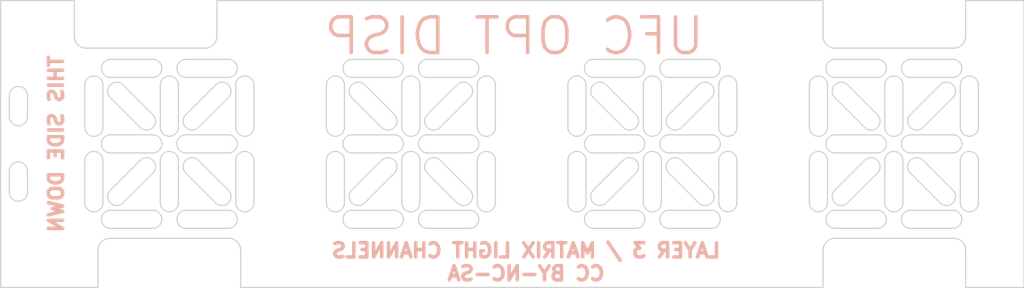
<source format=kicad_pcb>
(kicad_pcb (version 20171130) (host pcbnew "(5.1.4)-1")

  (general
    (thickness 1.6)
    (drawings 295)
    (tracks 0)
    (zones 0)
    (modules 0)
    (nets 1)
  )

  (page A4)
  (layers
    (0 F.Cu signal)
    (31 B.Cu signal)
    (32 B.Adhes user)
    (33 F.Adhes user)
    (34 B.Paste user)
    (35 F.Paste user)
    (36 B.SilkS user)
    (37 F.SilkS user)
    (38 B.Mask user)
    (39 F.Mask user)
    (40 Dwgs.User user)
    (41 Cmts.User user)
    (42 Eco1.User user)
    (43 Eco2.User user)
    (44 Edge.Cuts user)
    (45 Margin user)
    (46 B.CrtYd user)
    (47 F.CrtYd user)
    (48 B.Fab user)
    (49 F.Fab user)
  )

  (setup
    (last_trace_width 0.25)
    (user_trace_width 0.1524)
    (user_trace_width 0.2032)
    (user_trace_width 0.3048)
    (user_trace_width 0.4572)
    (user_trace_width 0.1524)
    (user_trace_width 0.2032)
    (user_trace_width 0.3048)
    (user_trace_width 0.4572)
    (trace_clearance 0.2)
    (zone_clearance 0.508)
    (zone_45_only no)
    (trace_min 0.127)
    (via_size 0.8)
    (via_drill 0.4)
    (via_min_size 0.45)
    (via_min_drill 0.2)
    (user_via 0.45 0.2)
    (user_via 0.45 0.2)
    (uvia_size 0.3)
    (uvia_drill 0.1)
    (uvias_allowed no)
    (uvia_min_size 0.2)
    (uvia_min_drill 0.1)
    (edge_width 0.05)
    (segment_width 0.2)
    (pcb_text_width 0.3)
    (pcb_text_size 1.5 1.5)
    (mod_edge_width 0.12)
    (mod_text_size 1 1)
    (mod_text_width 0.15)
    (pad_size 0.59 0.64)
    (pad_drill 0)
    (pad_to_mask_clearance 0.051)
    (solder_mask_min_width 0.25)
    (aux_axis_origin 101.195 67.75)
    (grid_origin 101.195 67.75)
    (visible_elements 7FFFF7DF)
    (pcbplotparams
      (layerselection 0x010fc_ffffffff)
      (usegerberextensions false)
      (usegerberattributes false)
      (usegerberadvancedattributes false)
      (creategerberjobfile false)
      (excludeedgelayer true)
      (linewidth 0.100000)
      (plotframeref false)
      (viasonmask false)
      (mode 1)
      (useauxorigin false)
      (hpglpennumber 1)
      (hpglpenspeed 20)
      (hpglpendiameter 15.000000)
      (psnegative false)
      (psa4output false)
      (plotreference true)
      (plotvalue true)
      (plotinvisibletext false)
      (padsonsilk false)
      (subtractmaskfromsilk false)
      (outputformat 1)
      (mirror false)
      (drillshape 0)
      (scaleselection 1)
      (outputdirectory "gerber"))
  )

  (net 0 "")

  (net_class Default "This is the default net class."
    (clearance 0.2)
    (trace_width 0.25)
    (via_dia 0.8)
    (via_drill 0.4)
    (uvia_dia 0.3)
    (uvia_drill 0.1)
  )

  (gr_line (start 105.8185 70.9835) (end 107.5965 70.9835) (layer Edge.Cuts) (width 0.05) (tstamp 5FB8B231))
  (gr_line (start 107.5965 70.2215) (end 105.8185 70.2215) (layer Edge.Cuts) (width 0.05) (tstamp 5FB8B230))
  (gr_line (start 101.195 79.815) (end 105.295 79.815) (layer Edge.Cuts) (width 0.05) (tstamp 5FB8AE9A))
  (gr_line (start 144.248 79.815) (end 141.795 79.815) (layer Edge.Cuts) (width 0.05) (tstamp 5FB8AE99))
  (gr_line (start 135.795 79.815) (end 111.295 79.815) (layer Edge.Cuts) (width 0.05) (tstamp 5FB8AE98))
  (gr_line (start 105.295 79.815) (end 105.295 78.25) (layer Edge.Cuts) (width 0.05) (tstamp 5FB8AE97))
  (gr_line (start 111.295 78.25) (end 111.295 79.815) (layer Edge.Cuts) (width 0.05) (tstamp 5FB8AE96))
  (gr_line (start 135.795 67.75) (end 110.295 67.75) (layer Edge.Cuts) (width 0.05) (tstamp 5FB8AE95))
  (gr_arc (start 141.295 78.25) (end 141.795 78.25) (angle -90) (layer Edge.Cuts) (width 0.05) (tstamp 5FB8AE94))
  (gr_line (start 104.295 67.75) (end 104.295 69.25) (layer Edge.Cuts) (width 0.05) (tstamp 5FB8AE93))
  (gr_arc (start 110.795 78.25) (end 111.295 78.25) (angle -90) (layer Edge.Cuts) (width 0.05) (tstamp 5FB8AE92))
  (gr_arc (start 109.795 69.25) (end 109.795 69.75) (angle -90) (layer Edge.Cuts) (width 0.05) (tstamp 5FB8AE91))
  (gr_arc (start 136.295 78.25) (end 136.295 77.75) (angle -90) (layer Edge.Cuts) (width 0.05) (tstamp 5FB8AE90))
  (gr_line (start 141.795 78.25) (end 141.795 79.815) (layer Edge.Cuts) (width 0.05) (tstamp 5FB8AE8F))
  (gr_arc (start 136.295 69.25) (end 135.795 69.25) (angle -90) (layer Edge.Cuts) (width 0.05) (tstamp 5FB8AE8E))
  (gr_line (start 135.795 79.815) (end 135.795 78.25) (layer Edge.Cuts) (width 0.05) (tstamp 5FB8AE8D))
  (gr_line (start 104.295 67.75) (end 101.195 67.75) (layer Edge.Cuts) (width 0.05) (tstamp 5FB8AE8C))
  (gr_line (start 104.795 69.75) (end 109.795 69.75) (layer Edge.Cuts) (width 0.05) (tstamp 5FB8AE8B))
  (gr_arc (start 141.295 69.25) (end 141.295 69.75) (angle -90) (layer Edge.Cuts) (width 0.05) (tstamp 5FB8AE8A))
  (gr_arc (start 105.795 78.25) (end 105.795 77.75) (angle -90) (layer Edge.Cuts) (width 0.05) (tstamp 5FB8AE89))
  (gr_line (start 105.795 77.75) (end 110.795 77.75) (layer Edge.Cuts) (width 0.05) (tstamp 5FB8AE88))
  (gr_arc (start 104.795 69.25) (end 104.295 69.25) (angle -90) (layer Edge.Cuts) (width 0.05) (tstamp 5FB8AE87))
  (gr_line (start 110.295 69.25) (end 110.295 67.75) (layer Edge.Cuts) (width 0.05) (tstamp 5FB8AE86))
  (gr_line (start 101.195 67.75) (end 101.195 79.815) (layer Edge.Cuts) (width 0.05) (tstamp 5FB8AE85))
  (gr_line (start 141.795 69.25) (end 141.795 67.75) (layer Edge.Cuts) (width 0.05) (tstamp 5FB8AE84))
  (gr_line (start 144.248 79.815) (end 144.248 67.75) (layer Edge.Cuts) (width 0.05) (tstamp 5FB8AE83))
  (gr_line (start 135.795 67.75) (end 135.795 69.25) (layer Edge.Cuts) (width 0.05) (tstamp 5FB8AE82))
  (gr_line (start 144.248 67.75) (end 141.795 67.75) (layer Edge.Cuts) (width 0.05) (tstamp 5FB8AE81))
  (gr_line (start 136.295 69.75) (end 141.295 69.75) (layer Edge.Cuts) (width 0.05) (tstamp 5FB8AE80))
  (gr_line (start 141.295 77.75) (end 136.295 77.75) (layer Edge.Cuts) (width 0.05) (tstamp 5FB8AE7F))
  (gr_text "THIS SIDE DOWN" (at 103.5325 73.7775 90) (layer B.SilkS) (tstamp 5FB8AB23)
    (effects (font (size 0.6 0.6) (thickness 0.15)) (justify mirror))
  )
  (gr_arc (start 101.945 74.9205) (end 102.326 74.9205) (angle -180) (layer Edge.Cuts) (width 0.05) (tstamp 5FB8A2E0))
  (gr_arc (start 101.945 75.8095) (end 101.564 75.8095) (angle -180) (layer Edge.Cuts) (width 0.05) (tstamp 5FB8A2DF))
  (gr_line (start 101.564 74.9205) (end 101.564 75.8095) (layer Edge.Cuts) (width 0.05) (tstamp 5FB8A2DE))
  (gr_line (start 102.326 74.9205) (end 102.326 75.8095) (layer Edge.Cuts) (width 0.05) (tstamp 5FB8A2DD))
  (gr_line (start 101.564 71.7455) (end 101.564 72.6345) (layer Edge.Cuts) (width 0.05) (tstamp 5FB8A2D6))
  (gr_line (start 102.326 71.7455) (end 102.326 72.6345) (layer Edge.Cuts) (width 0.05) (tstamp 5FB8A2D5))
  (gr_arc (start 101.945 72.6345) (end 101.564 72.6345) (angle -180) (layer Edge.Cuts) (width 0.05))
  (gr_arc (start 101.945 71.7455) (end 102.326 71.7455) (angle -180) (layer Edge.Cuts) (width 0.05))
  (gr_arc (start 141.95 73.079) (end 141.569 73.079) (angle -180) (layer Edge.Cuts) (width 0.05) (tstamp 5FB8A214))
  (gr_line (start 142.331 73.079) (end 142.331 71.301) (layer Edge.Cuts) (width 0.05) (tstamp 5FB8A213))
  (gr_line (start 139.156 73.079) (end 139.156 71.301) (layer Edge.Cuts) (width 0.05) (tstamp 5FB8A212))
  (gr_arc (start 135.6 73.079) (end 135.219 73.079) (angle -180) (layer Edge.Cuts) (width 0.05) (tstamp 5FB8A211))
  (gr_arc (start 135.6 74.476) (end 135.981 74.476) (angle -180) (layer Edge.Cuts) (width 0.05) (tstamp 5FB8A210))
  (gr_arc (start 138.775 76.254) (end 138.394 76.254) (angle -180) (layer Edge.Cuts) (width 0.05) (tstamp 5FB8A20F))
  (gr_line (start 138.394 74.476) (end 138.394 76.254) (layer Edge.Cuts) (width 0.05) (tstamp 5FB8A20E))
  (gr_line (start 141.569 74.476) (end 141.569 76.254) (layer Edge.Cuts) (width 0.05) (tstamp 5FB8A20D))
  (gr_line (start 135.981 76.254) (end 135.981 74.476) (layer Edge.Cuts) (width 0.05) (tstamp 5FB8A20C))
  (gr_arc (start 141.95 76.254) (end 141.569 76.254) (angle -180) (layer Edge.Cuts) (width 0.05) (tstamp 5FB8A20B))
  (gr_arc (start 141.95 74.476) (end 142.331 74.476) (angle -180) (layer Edge.Cuts) (width 0.05) (tstamp 5FB8A20A))
  (gr_line (start 135.219 71.301) (end 135.219 73.079) (layer Edge.Cuts) (width 0.05) (tstamp 5FB8A209))
  (gr_arc (start 135.6 71.301) (end 135.981 71.301) (angle -180) (layer Edge.Cuts) (width 0.05) (tstamp 5FB8A208))
  (gr_line (start 135.981 73.079) (end 135.981 71.301) (layer Edge.Cuts) (width 0.05) (tstamp 5FB8A207))
  (gr_arc (start 138.775 74.476) (end 139.156 74.476) (angle -180) (layer Edge.Cuts) (width 0.05) (tstamp 5FB8A206))
  (gr_arc (start 138.775 71.301) (end 139.156 71.301) (angle -180) (layer Edge.Cuts) (width 0.05) (tstamp 5FB8A205))
  (gr_line (start 141.569 71.301) (end 141.569 73.079) (layer Edge.Cuts) (width 0.05) (tstamp 5FB8A204))
  (gr_line (start 142.331 76.254) (end 142.331 74.476) (layer Edge.Cuts) (width 0.05) (tstamp 5FB8A203))
  (gr_line (start 138.394 71.301) (end 138.394 73.079) (layer Edge.Cuts) (width 0.05) (tstamp 5FB8A202))
  (gr_line (start 139.156 76.254) (end 139.156 74.476) (layer Edge.Cuts) (width 0.05) (tstamp 5FB8A201))
  (gr_arc (start 138.775 73.079) (end 138.394 73.079) (angle -180) (layer Edge.Cuts) (width 0.05) (tstamp 5FB8A200))
  (gr_arc (start 141.95 71.301) (end 142.331 71.301) (angle -180) (layer Edge.Cuts) (width 0.05) (tstamp 5FB8A1FF))
  (gr_arc (start 139.733882 74.736382) (end 140.00329 74.466974) (angle -180) (layer Edge.Cuts) (width 0.05) (tstamp 5FB8A1FE))
  (gr_line (start 136.289474 71.83079) (end 137.54671 73.088026) (layer Edge.Cuts) (width 0.05) (tstamp 5FB8A1FD))
  (gr_line (start 137.54671 74.466974) (end 136.289474 75.72421) (layer Edge.Cuts) (width 0.05) (tstamp 5FB8A1FC))
  (gr_line (start 140.72171 71.291974) (end 139.464474 72.54921) (layer Edge.Cuts) (width 0.05) (tstamp 5FB8A1FB))
  (gr_line (start 139.4735 74.1585) (end 141.2515 74.1585) (layer Edge.Cuts) (width 0.05) (tstamp 5FB8A1FA))
  (gr_line (start 139.464474 75.00579) (end 140.72171 76.263026) (layer Edge.Cuts) (width 0.05) (tstamp 5FB8A1F9))
  (gr_line (start 136.2985 77.3335) (end 138.0765 77.3335) (layer Edge.Cuts) (width 0.05) (tstamp 5FB8A1F8))
  (gr_arc (start 136.2985 73.7775) (end 136.2985 73.3965) (angle -180) (layer Edge.Cuts) (width 0.05) (tstamp 5FB8A1F7))
  (gr_arc (start 137.816118 74.736382) (end 138.085526 75.00579) (angle -180) (layer Edge.Cuts) (width 0.05) (tstamp 5FB8A1F6))
  (gr_arc (start 141.2515 73.7775) (end 141.2515 74.1585) (angle -180) (layer Edge.Cuts) (width 0.05) (tstamp 5FB8A1F5))
  (gr_arc (start 139.733882 72.818618) (end 139.464474 72.54921) (angle -180) (layer Edge.Cuts) (width 0.05) (tstamp 5FB8A1F4))
  (gr_arc (start 140.991118 71.561382) (end 141.260526 71.83079) (angle -180) (layer Edge.Cuts) (width 0.05) (tstamp 5FB8A1F3))
  (gr_arc (start 135.6 76.254) (end 135.219 76.254) (angle -180) (layer Edge.Cuts) (width 0.05) (tstamp 5FB8A1F2))
  (gr_arc (start 138.0765 73.7775) (end 138.0765 74.1585) (angle -180) (layer Edge.Cuts) (width 0.05) (tstamp 5FB8A1F1))
  (gr_arc (start 141.2515 76.9525) (end 141.2515 77.3335) (angle -180) (layer Edge.Cuts) (width 0.05) (tstamp 5FB8A1F0))
  (gr_line (start 141.2515 73.3965) (end 139.4735 73.3965) (layer Edge.Cuts) (width 0.05) (tstamp 5FB8A1EF))
  (gr_line (start 139.4735 77.3335) (end 141.2515 77.3335) (layer Edge.Cuts) (width 0.05) (tstamp 5FB8A1EE))
  (gr_arc (start 136.2985 70.6025) (end 136.2985 70.2215) (angle -180) (layer Edge.Cuts) (width 0.05) (tstamp 5FB8A1ED))
  (gr_line (start 138.085526 72.54921) (end 136.82829 71.291974) (layer Edge.Cuts) (width 0.05) (tstamp 5FB8A1EC))
  (gr_line (start 141.2515 76.5715) (end 139.4735 76.5715) (layer Edge.Cuts) (width 0.05) (tstamp 5FB8A1EB))
  (gr_arc (start 138.0765 76.9525) (end 138.0765 77.3335) (angle -180) (layer Edge.Cuts) (width 0.05) (tstamp 5FB8A1EA))
  (gr_line (start 138.0765 73.3965) (end 136.2985 73.3965) (layer Edge.Cuts) (width 0.05) (tstamp 5FB8A1E9))
  (gr_line (start 139.4735 70.9835) (end 141.2515 70.9835) (layer Edge.Cuts) (width 0.05) (tstamp 5FB8A1E8))
  (gr_arc (start 136.2985 76.9525) (end 136.2985 76.5715) (angle -180) (layer Edge.Cuts) (width 0.05) (tstamp 5FB8A1E7))
  (gr_line (start 138.0765 76.5715) (end 136.2985 76.5715) (layer Edge.Cuts) (width 0.05) (tstamp 5FB8A1E6))
  (gr_line (start 141.260526 75.72421) (end 140.00329 74.466974) (layer Edge.Cuts) (width 0.05) (tstamp 5FB8A1E5))
  (gr_arc (start 136.558882 71.561382) (end 136.82829 71.291974) (angle -180) (layer Edge.Cuts) (width 0.05) (tstamp 5FB8A1E4))
  (gr_arc (start 138.0765 70.6025) (end 138.0765 70.9835) (angle -180) (layer Edge.Cuts) (width 0.05) (tstamp 5FB8A1E3))
  (gr_line (start 136.2985 74.1585) (end 138.0765 74.1585) (layer Edge.Cuts) (width 0.05) (tstamp 5FB8A1E2))
  (gr_arc (start 136.558882 75.993618) (end 136.289474 75.72421) (angle -180) (layer Edge.Cuts) (width 0.05) (tstamp 5FB8A1E1))
  (gr_arc (start 141.2515 70.6025) (end 141.2515 70.9835) (angle -180) (layer Edge.Cuts) (width 0.05) (tstamp 5FB8A1E0))
  (gr_arc (start 140.991118 75.993618) (end 140.72171 76.263026) (angle -180) (layer Edge.Cuts) (width 0.05) (tstamp 5FB8A1DF))
  (gr_arc (start 137.816118 72.818618) (end 137.54671 73.088026) (angle -180) (layer Edge.Cuts) (width 0.05) (tstamp 5FB8A1DE))
  (gr_line (start 141.2515 70.2215) (end 139.4735 70.2215) (layer Edge.Cuts) (width 0.05) (tstamp 5FB8A1DD))
  (gr_line (start 138.0765 70.2215) (end 136.2985 70.2215) (layer Edge.Cuts) (width 0.05) (tstamp 5FB8A1DC))
  (gr_arc (start 139.4735 73.7775) (end 139.4735 73.3965) (angle -180) (layer Edge.Cuts) (width 0.05) (tstamp 5FB8A1DB))
  (gr_line (start 136.2985 70.9835) (end 138.0765 70.9835) (layer Edge.Cuts) (width 0.05) (tstamp 5FB8A1DA))
  (gr_line (start 135.219 74.476) (end 135.219 76.254) (layer Edge.Cuts) (width 0.05) (tstamp 5FB8A1D9))
  (gr_arc (start 139.4735 76.9525) (end 139.4735 76.5715) (angle -180) (layer Edge.Cuts) (width 0.05) (tstamp 5FB8A1D8))
  (gr_line (start 140.00329 73.088026) (end 141.260526 71.83079) (layer Edge.Cuts) (width 0.05) (tstamp 5FB8A1D7))
  (gr_line (start 136.82829 76.263026) (end 138.085526 75.00579) (layer Edge.Cuts) (width 0.05) (tstamp 5FB8A1D6))
  (gr_arc (start 139.4735 70.6025) (end 139.4735 70.2215) (angle -180) (layer Edge.Cuts) (width 0.05) (tstamp 5FB8A1D5))
  (gr_arc (start 131.79 73.079) (end 131.409 73.079) (angle -180) (layer Edge.Cuts) (width 0.05) (tstamp 5FB8A214))
  (gr_line (start 132.171 73.079) (end 132.171 71.301) (layer Edge.Cuts) (width 0.05) (tstamp 5FB8A213))
  (gr_line (start 128.996 73.079) (end 128.996 71.301) (layer Edge.Cuts) (width 0.05) (tstamp 5FB8A212))
  (gr_arc (start 125.44 73.079) (end 125.059 73.079) (angle -180) (layer Edge.Cuts) (width 0.05) (tstamp 5FB8A211))
  (gr_arc (start 125.44 74.476) (end 125.821 74.476) (angle -180) (layer Edge.Cuts) (width 0.05) (tstamp 5FB8A210))
  (gr_arc (start 128.615 76.254) (end 128.234 76.254) (angle -180) (layer Edge.Cuts) (width 0.05) (tstamp 5FB8A20F))
  (gr_line (start 128.234 74.476) (end 128.234 76.254) (layer Edge.Cuts) (width 0.05) (tstamp 5FB8A20E))
  (gr_line (start 131.409 74.476) (end 131.409 76.254) (layer Edge.Cuts) (width 0.05) (tstamp 5FB8A20D))
  (gr_line (start 125.821 76.254) (end 125.821 74.476) (layer Edge.Cuts) (width 0.05) (tstamp 5FB8A20C))
  (gr_arc (start 131.79 76.254) (end 131.409 76.254) (angle -180) (layer Edge.Cuts) (width 0.05) (tstamp 5FB8A20B))
  (gr_arc (start 131.79 74.476) (end 132.171 74.476) (angle -180) (layer Edge.Cuts) (width 0.05) (tstamp 5FB8A20A))
  (gr_line (start 125.059 71.301) (end 125.059 73.079) (layer Edge.Cuts) (width 0.05) (tstamp 5FB8A209))
  (gr_arc (start 125.44 71.301) (end 125.821 71.301) (angle -180) (layer Edge.Cuts) (width 0.05) (tstamp 5FB8A208))
  (gr_line (start 125.821 73.079) (end 125.821 71.301) (layer Edge.Cuts) (width 0.05) (tstamp 5FB8A207))
  (gr_arc (start 128.615 74.476) (end 128.996 74.476) (angle -180) (layer Edge.Cuts) (width 0.05) (tstamp 5FB8A206))
  (gr_arc (start 128.615 71.301) (end 128.996 71.301) (angle -180) (layer Edge.Cuts) (width 0.05) (tstamp 5FB8A205))
  (gr_line (start 131.409 71.301) (end 131.409 73.079) (layer Edge.Cuts) (width 0.05) (tstamp 5FB8A204))
  (gr_line (start 132.171 76.254) (end 132.171 74.476) (layer Edge.Cuts) (width 0.05) (tstamp 5FB8A203))
  (gr_line (start 128.234 71.301) (end 128.234 73.079) (layer Edge.Cuts) (width 0.05) (tstamp 5FB8A202))
  (gr_line (start 128.996 76.254) (end 128.996 74.476) (layer Edge.Cuts) (width 0.05) (tstamp 5FB8A201))
  (gr_arc (start 128.615 73.079) (end 128.234 73.079) (angle -180) (layer Edge.Cuts) (width 0.05) (tstamp 5FB8A200))
  (gr_arc (start 131.79 71.301) (end 132.171 71.301) (angle -180) (layer Edge.Cuts) (width 0.05) (tstamp 5FB8A1FF))
  (gr_arc (start 129.573882 74.736382) (end 129.84329 74.466974) (angle -180) (layer Edge.Cuts) (width 0.05) (tstamp 5FB8A1FE))
  (gr_line (start 126.129474 71.83079) (end 127.38671 73.088026) (layer Edge.Cuts) (width 0.05) (tstamp 5FB8A1FD))
  (gr_line (start 127.38671 74.466974) (end 126.129474 75.72421) (layer Edge.Cuts) (width 0.05) (tstamp 5FB8A1FC))
  (gr_line (start 130.56171 71.291974) (end 129.304474 72.54921) (layer Edge.Cuts) (width 0.05) (tstamp 5FB8A1FB))
  (gr_line (start 129.3135 74.1585) (end 131.0915 74.1585) (layer Edge.Cuts) (width 0.05) (tstamp 5FB8A1FA))
  (gr_line (start 129.304474 75.00579) (end 130.56171 76.263026) (layer Edge.Cuts) (width 0.05) (tstamp 5FB8A1F9))
  (gr_line (start 126.1385 77.3335) (end 127.9165 77.3335) (layer Edge.Cuts) (width 0.05) (tstamp 5FB8A1F8))
  (gr_arc (start 126.1385 73.7775) (end 126.1385 73.3965) (angle -180) (layer Edge.Cuts) (width 0.05) (tstamp 5FB8A1F7))
  (gr_arc (start 127.656118 74.736382) (end 127.925526 75.00579) (angle -180) (layer Edge.Cuts) (width 0.05) (tstamp 5FB8A1F6))
  (gr_arc (start 131.0915 73.7775) (end 131.0915 74.1585) (angle -180) (layer Edge.Cuts) (width 0.05) (tstamp 5FB8A1F5))
  (gr_arc (start 129.573882 72.818618) (end 129.304474 72.54921) (angle -180) (layer Edge.Cuts) (width 0.05) (tstamp 5FB8A1F4))
  (gr_arc (start 130.831118 71.561382) (end 131.100526 71.83079) (angle -180) (layer Edge.Cuts) (width 0.05) (tstamp 5FB8A1F3))
  (gr_arc (start 125.44 76.254) (end 125.059 76.254) (angle -180) (layer Edge.Cuts) (width 0.05) (tstamp 5FB8A1F2))
  (gr_arc (start 127.9165 73.7775) (end 127.9165 74.1585) (angle -180) (layer Edge.Cuts) (width 0.05) (tstamp 5FB8A1F1))
  (gr_arc (start 131.0915 76.9525) (end 131.0915 77.3335) (angle -180) (layer Edge.Cuts) (width 0.05) (tstamp 5FB8A1F0))
  (gr_line (start 131.0915 73.3965) (end 129.3135 73.3965) (layer Edge.Cuts) (width 0.05) (tstamp 5FB8A1EF))
  (gr_line (start 129.3135 77.3335) (end 131.0915 77.3335) (layer Edge.Cuts) (width 0.05) (tstamp 5FB8A1EE))
  (gr_arc (start 126.1385 70.6025) (end 126.1385 70.2215) (angle -180) (layer Edge.Cuts) (width 0.05) (tstamp 5FB8A1ED))
  (gr_line (start 127.925526 72.54921) (end 126.66829 71.291974) (layer Edge.Cuts) (width 0.05) (tstamp 5FB8A1EC))
  (gr_line (start 131.0915 76.5715) (end 129.3135 76.5715) (layer Edge.Cuts) (width 0.05) (tstamp 5FB8A1EB))
  (gr_arc (start 127.9165 76.9525) (end 127.9165 77.3335) (angle -180) (layer Edge.Cuts) (width 0.05) (tstamp 5FB8A1EA))
  (gr_line (start 127.9165 73.3965) (end 126.1385 73.3965) (layer Edge.Cuts) (width 0.05) (tstamp 5FB8A1E9))
  (gr_line (start 129.3135 70.9835) (end 131.0915 70.9835) (layer Edge.Cuts) (width 0.05) (tstamp 5FB8A1E8))
  (gr_arc (start 126.1385 76.9525) (end 126.1385 76.5715) (angle -180) (layer Edge.Cuts) (width 0.05) (tstamp 5FB8A1E7))
  (gr_line (start 127.9165 76.5715) (end 126.1385 76.5715) (layer Edge.Cuts) (width 0.05) (tstamp 5FB8A1E6))
  (gr_line (start 131.100526 75.72421) (end 129.84329 74.466974) (layer Edge.Cuts) (width 0.05) (tstamp 5FB8A1E5))
  (gr_arc (start 126.398882 71.561382) (end 126.66829 71.291974) (angle -180) (layer Edge.Cuts) (width 0.05) (tstamp 5FB8A1E4))
  (gr_arc (start 127.9165 70.6025) (end 127.9165 70.9835) (angle -180) (layer Edge.Cuts) (width 0.05) (tstamp 5FB8A1E3))
  (gr_line (start 126.1385 74.1585) (end 127.9165 74.1585) (layer Edge.Cuts) (width 0.05) (tstamp 5FB8A1E2))
  (gr_arc (start 126.398882 75.993618) (end 126.129474 75.72421) (angle -180) (layer Edge.Cuts) (width 0.05) (tstamp 5FB8A1E1))
  (gr_arc (start 131.0915 70.6025) (end 131.0915 70.9835) (angle -180) (layer Edge.Cuts) (width 0.05) (tstamp 5FB8A1E0))
  (gr_arc (start 130.831118 75.993618) (end 130.56171 76.263026) (angle -180) (layer Edge.Cuts) (width 0.05) (tstamp 5FB8A1DF))
  (gr_arc (start 127.656118 72.818618) (end 127.38671 73.088026) (angle -180) (layer Edge.Cuts) (width 0.05) (tstamp 5FB8A1DE))
  (gr_line (start 131.0915 70.2215) (end 129.3135 70.2215) (layer Edge.Cuts) (width 0.05) (tstamp 5FB8A1DD))
  (gr_line (start 127.9165 70.2215) (end 126.1385 70.2215) (layer Edge.Cuts) (width 0.05) (tstamp 5FB8A1DC))
  (gr_arc (start 129.3135 73.7775) (end 129.3135 73.3965) (angle -180) (layer Edge.Cuts) (width 0.05) (tstamp 5FB8A1DB))
  (gr_line (start 126.1385 70.9835) (end 127.9165 70.9835) (layer Edge.Cuts) (width 0.05) (tstamp 5FB8A1DA))
  (gr_line (start 125.059 74.476) (end 125.059 76.254) (layer Edge.Cuts) (width 0.05) (tstamp 5FB8A1D9))
  (gr_arc (start 129.3135 76.9525) (end 129.3135 76.5715) (angle -180) (layer Edge.Cuts) (width 0.05) (tstamp 5FB8A1D8))
  (gr_line (start 129.84329 73.088026) (end 131.100526 71.83079) (layer Edge.Cuts) (width 0.05) (tstamp 5FB8A1D7))
  (gr_line (start 126.66829 76.263026) (end 127.925526 75.00579) (layer Edge.Cuts) (width 0.05) (tstamp 5FB8A1D6))
  (gr_arc (start 129.3135 70.6025) (end 129.3135 70.2215) (angle -180) (layer Edge.Cuts) (width 0.05) (tstamp 5FB8A1D5))
  (gr_arc (start 121.63 73.079) (end 121.249 73.079) (angle -180) (layer Edge.Cuts) (width 0.05) (tstamp 5FB8A214))
  (gr_line (start 122.011 73.079) (end 122.011 71.301) (layer Edge.Cuts) (width 0.05) (tstamp 5FB8A213))
  (gr_line (start 118.836 73.079) (end 118.836 71.301) (layer Edge.Cuts) (width 0.05) (tstamp 5FB8A212))
  (gr_arc (start 115.28 73.079) (end 114.899 73.079) (angle -180) (layer Edge.Cuts) (width 0.05) (tstamp 5FB8A211))
  (gr_arc (start 115.28 74.476) (end 115.661 74.476) (angle -180) (layer Edge.Cuts) (width 0.05) (tstamp 5FB8A210))
  (gr_arc (start 118.455 76.254) (end 118.074 76.254) (angle -180) (layer Edge.Cuts) (width 0.05) (tstamp 5FB8A20F))
  (gr_line (start 118.074 74.476) (end 118.074 76.254) (layer Edge.Cuts) (width 0.05) (tstamp 5FB8A20E))
  (gr_line (start 121.249 74.476) (end 121.249 76.254) (layer Edge.Cuts) (width 0.05) (tstamp 5FB8A20D))
  (gr_line (start 115.661 76.254) (end 115.661 74.476) (layer Edge.Cuts) (width 0.05) (tstamp 5FB8A20C))
  (gr_arc (start 121.63 76.254) (end 121.249 76.254) (angle -180) (layer Edge.Cuts) (width 0.05) (tstamp 5FB8A20B))
  (gr_arc (start 121.63 74.476) (end 122.011 74.476) (angle -180) (layer Edge.Cuts) (width 0.05) (tstamp 5FB8A20A))
  (gr_line (start 114.899 71.301) (end 114.899 73.079) (layer Edge.Cuts) (width 0.05) (tstamp 5FB8A209))
  (gr_arc (start 115.28 71.301) (end 115.661 71.301) (angle -180) (layer Edge.Cuts) (width 0.05) (tstamp 5FB8A208))
  (gr_line (start 115.661 73.079) (end 115.661 71.301) (layer Edge.Cuts) (width 0.05) (tstamp 5FB8A207))
  (gr_arc (start 118.455 74.476) (end 118.836 74.476) (angle -180) (layer Edge.Cuts) (width 0.05) (tstamp 5FB8A206))
  (gr_arc (start 118.455 71.301) (end 118.836 71.301) (angle -180) (layer Edge.Cuts) (width 0.05) (tstamp 5FB8A205))
  (gr_line (start 121.249 71.301) (end 121.249 73.079) (layer Edge.Cuts) (width 0.05) (tstamp 5FB8A204))
  (gr_line (start 122.011 76.254) (end 122.011 74.476) (layer Edge.Cuts) (width 0.05) (tstamp 5FB8A203))
  (gr_line (start 118.074 71.301) (end 118.074 73.079) (layer Edge.Cuts) (width 0.05) (tstamp 5FB8A202))
  (gr_line (start 118.836 76.254) (end 118.836 74.476) (layer Edge.Cuts) (width 0.05) (tstamp 5FB8A201))
  (gr_arc (start 118.455 73.079) (end 118.074 73.079) (angle -180) (layer Edge.Cuts) (width 0.05) (tstamp 5FB8A200))
  (gr_arc (start 121.63 71.301) (end 122.011 71.301) (angle -180) (layer Edge.Cuts) (width 0.05) (tstamp 5FB8A1FF))
  (gr_arc (start 119.413882 74.736382) (end 119.68329 74.466974) (angle -180) (layer Edge.Cuts) (width 0.05) (tstamp 5FB8A1FE))
  (gr_line (start 115.969474 71.83079) (end 117.22671 73.088026) (layer Edge.Cuts) (width 0.05) (tstamp 5FB8A1FD))
  (gr_line (start 117.22671 74.466974) (end 115.969474 75.72421) (layer Edge.Cuts) (width 0.05) (tstamp 5FB8A1FC))
  (gr_line (start 120.40171 71.291974) (end 119.144474 72.54921) (layer Edge.Cuts) (width 0.05) (tstamp 5FB8A1FB))
  (gr_line (start 119.1535 74.1585) (end 120.9315 74.1585) (layer Edge.Cuts) (width 0.05) (tstamp 5FB8A1FA))
  (gr_line (start 119.144474 75.00579) (end 120.40171 76.263026) (layer Edge.Cuts) (width 0.05) (tstamp 5FB8A1F9))
  (gr_line (start 115.9785 77.3335) (end 117.7565 77.3335) (layer Edge.Cuts) (width 0.05) (tstamp 5FB8A1F8))
  (gr_arc (start 115.9785 73.7775) (end 115.9785 73.3965) (angle -180) (layer Edge.Cuts) (width 0.05) (tstamp 5FB8A1F7))
  (gr_arc (start 117.496118 74.736382) (end 117.765526 75.00579) (angle -180) (layer Edge.Cuts) (width 0.05) (tstamp 5FB8A1F6))
  (gr_arc (start 120.9315 73.7775) (end 120.9315 74.1585) (angle -180) (layer Edge.Cuts) (width 0.05) (tstamp 5FB8A1F5))
  (gr_arc (start 119.413882 72.818618) (end 119.144474 72.54921) (angle -180) (layer Edge.Cuts) (width 0.05) (tstamp 5FB8A1F4))
  (gr_arc (start 120.671118 71.561382) (end 120.940526 71.83079) (angle -180) (layer Edge.Cuts) (width 0.05) (tstamp 5FB8A1F3))
  (gr_arc (start 115.28 76.254) (end 114.899 76.254) (angle -180) (layer Edge.Cuts) (width 0.05) (tstamp 5FB8A1F2))
  (gr_arc (start 117.7565 73.7775) (end 117.7565 74.1585) (angle -180) (layer Edge.Cuts) (width 0.05) (tstamp 5FB8A1F1))
  (gr_arc (start 120.9315 76.9525) (end 120.9315 77.3335) (angle -180) (layer Edge.Cuts) (width 0.05) (tstamp 5FB8A1F0))
  (gr_line (start 120.9315 73.3965) (end 119.1535 73.3965) (layer Edge.Cuts) (width 0.05) (tstamp 5FB8A1EF))
  (gr_line (start 119.1535 77.3335) (end 120.9315 77.3335) (layer Edge.Cuts) (width 0.05) (tstamp 5FB8A1EE))
  (gr_arc (start 115.9785 70.6025) (end 115.9785 70.2215) (angle -180) (layer Edge.Cuts) (width 0.05) (tstamp 5FB8A1ED))
  (gr_line (start 117.765526 72.54921) (end 116.50829 71.291974) (layer Edge.Cuts) (width 0.05) (tstamp 5FB8A1EC))
  (gr_line (start 120.9315 76.5715) (end 119.1535 76.5715) (layer Edge.Cuts) (width 0.05) (tstamp 5FB8A1EB))
  (gr_arc (start 117.7565 76.9525) (end 117.7565 77.3335) (angle -180) (layer Edge.Cuts) (width 0.05) (tstamp 5FB8A1EA))
  (gr_line (start 117.7565 73.3965) (end 115.9785 73.3965) (layer Edge.Cuts) (width 0.05) (tstamp 5FB8A1E9))
  (gr_line (start 119.1535 70.9835) (end 120.9315 70.9835) (layer Edge.Cuts) (width 0.05) (tstamp 5FB8A1E8))
  (gr_arc (start 115.9785 76.9525) (end 115.9785 76.5715) (angle -180) (layer Edge.Cuts) (width 0.05) (tstamp 5FB8A1E7))
  (gr_line (start 117.7565 76.5715) (end 115.9785 76.5715) (layer Edge.Cuts) (width 0.05) (tstamp 5FB8A1E6))
  (gr_line (start 120.940526 75.72421) (end 119.68329 74.466974) (layer Edge.Cuts) (width 0.05) (tstamp 5FB8A1E5))
  (gr_arc (start 116.238882 71.561382) (end 116.50829 71.291974) (angle -180) (layer Edge.Cuts) (width 0.05) (tstamp 5FB8A1E4))
  (gr_arc (start 117.7565 70.6025) (end 117.7565 70.9835) (angle -180) (layer Edge.Cuts) (width 0.05) (tstamp 5FB8A1E3))
  (gr_line (start 115.9785 74.1585) (end 117.7565 74.1585) (layer Edge.Cuts) (width 0.05) (tstamp 5FB8A1E2))
  (gr_arc (start 116.238882 75.993618) (end 115.969474 75.72421) (angle -180) (layer Edge.Cuts) (width 0.05) (tstamp 5FB8A1E1))
  (gr_arc (start 120.9315 70.6025) (end 120.9315 70.9835) (angle -180) (layer Edge.Cuts) (width 0.05) (tstamp 5FB8A1E0))
  (gr_arc (start 120.671118 75.993618) (end 120.40171 76.263026) (angle -180) (layer Edge.Cuts) (width 0.05) (tstamp 5FB8A1DF))
  (gr_arc (start 117.496118 72.818618) (end 117.22671 73.088026) (angle -180) (layer Edge.Cuts) (width 0.05) (tstamp 5FB8A1DE))
  (gr_line (start 120.9315 70.2215) (end 119.1535 70.2215) (layer Edge.Cuts) (width 0.05) (tstamp 5FB8A1DD))
  (gr_line (start 117.7565 70.2215) (end 115.9785 70.2215) (layer Edge.Cuts) (width 0.05) (tstamp 5FB8A1DC))
  (gr_arc (start 119.1535 73.7775) (end 119.1535 73.3965) (angle -180) (layer Edge.Cuts) (width 0.05) (tstamp 5FB8A1DB))
  (gr_line (start 115.9785 70.9835) (end 117.7565 70.9835) (layer Edge.Cuts) (width 0.05) (tstamp 5FB8A1DA))
  (gr_line (start 114.899 74.476) (end 114.899 76.254) (layer Edge.Cuts) (width 0.05) (tstamp 5FB8A1D9))
  (gr_arc (start 119.1535 76.9525) (end 119.1535 76.5715) (angle -180) (layer Edge.Cuts) (width 0.05) (tstamp 5FB8A1D8))
  (gr_line (start 119.68329 73.088026) (end 120.940526 71.83079) (layer Edge.Cuts) (width 0.05) (tstamp 5FB8A1D7))
  (gr_line (start 116.50829 76.263026) (end 117.765526 75.00579) (layer Edge.Cuts) (width 0.05) (tstamp 5FB8A1D6))
  (gr_arc (start 119.1535 70.6025) (end 119.1535 70.2215) (angle -180) (layer Edge.Cuts) (width 0.05) (tstamp 5FB8A1D5))
  (gr_arc (start 110.7715 73.7775) (end 110.7715 74.1585) (angle -180) (layer Edge.Cuts) (width 0.05) (tstamp 5FB8A147))
  (gr_line (start 108.9935 74.1585) (end 110.7715 74.1585) (layer Edge.Cuts) (width 0.05) (tstamp 5FB8A146))
  (gr_arc (start 108.9935 73.7775) (end 108.9935 73.3965) (angle -180) (layer Edge.Cuts) (width 0.05) (tstamp 5FB8A145))
  (gr_line (start 110.7715 73.3965) (end 108.9935 73.3965) (layer Edge.Cuts) (width 0.05) (tstamp 5FB8A144))
  (gr_arc (start 110.7715 76.9525) (end 110.7715 77.3335) (angle -180) (layer Edge.Cuts) (width 0.05) (tstamp 5FB8A147))
  (gr_line (start 108.9935 77.3335) (end 110.7715 77.3335) (layer Edge.Cuts) (width 0.05) (tstamp 5FB8A146))
  (gr_arc (start 108.9935 76.9525) (end 108.9935 76.5715) (angle -180) (layer Edge.Cuts) (width 0.05) (tstamp 5FB8A145))
  (gr_line (start 110.7715 76.5715) (end 108.9935 76.5715) (layer Edge.Cuts) (width 0.05) (tstamp 5FB8A144))
  (gr_arc (start 107.5965 76.9525) (end 107.5965 77.3335) (angle -180) (layer Edge.Cuts) (width 0.05) (tstamp 5FB8A147))
  (gr_line (start 105.8185 77.3335) (end 107.5965 77.3335) (layer Edge.Cuts) (width 0.05) (tstamp 5FB8A146))
  (gr_arc (start 105.8185 76.9525) (end 105.8185 76.5715) (angle -180) (layer Edge.Cuts) (width 0.05) (tstamp 5FB8A145))
  (gr_line (start 107.5965 76.5715) (end 105.8185 76.5715) (layer Edge.Cuts) (width 0.05) (tstamp 5FB8A144))
  (gr_arc (start 107.5965 73.7775) (end 107.5965 74.1585) (angle -180) (layer Edge.Cuts) (width 0.05) (tstamp 5FB8A147))
  (gr_line (start 105.8185 74.1585) (end 107.5965 74.1585) (layer Edge.Cuts) (width 0.05) (tstamp 5FB8A146))
  (gr_arc (start 105.8185 73.7775) (end 105.8185 73.3965) (angle -180) (layer Edge.Cuts) (width 0.05) (tstamp 5FB8A145))
  (gr_line (start 107.5965 73.3965) (end 105.8185 73.3965) (layer Edge.Cuts) (width 0.05) (tstamp 5FB8A144))
  (gr_arc (start 110.7715 70.6025) (end 110.7715 70.9835) (angle -180) (layer Edge.Cuts) (width 0.05) (tstamp 5FB8A147))
  (gr_line (start 108.9935 70.9835) (end 110.7715 70.9835) (layer Edge.Cuts) (width 0.05) (tstamp 5FB8A146))
  (gr_arc (start 108.9935 70.6025) (end 108.9935 70.2215) (angle -180) (layer Edge.Cuts) (width 0.05) (tstamp 5FB8A145))
  (gr_line (start 110.7715 70.2215) (end 108.9935 70.2215) (layer Edge.Cuts) (width 0.05) (tstamp 5FB8A144))
  (gr_arc (start 107.5965 70.6025) (end 107.5965 70.9835) (angle -180) (layer Edge.Cuts) (width 0.05) (tstamp 5FB8A147))
  (gr_arc (start 105.8185 70.6025) (end 105.8185 70.2215) (angle -180) (layer Edge.Cuts) (width 0.05) (tstamp 5FB8A145))
  (gr_arc (start 110.511118 71.561382) (end 110.780526 71.83079) (angle -180) (layer Edge.Cuts) (width 0.05) (tstamp 5FB8A147))
  (gr_line (start 109.52329 73.088026) (end 110.780526 71.83079) (layer Edge.Cuts) (width 0.05) (tstamp 5FB8A146))
  (gr_arc (start 109.253882 72.818618) (end 108.984474 72.54921) (angle -180) (layer Edge.Cuts) (width 0.05) (tstamp 5FB8A145))
  (gr_line (start 110.24171 71.291974) (end 108.984474 72.54921) (layer Edge.Cuts) (width 0.05) (tstamp 5FB8A144))
  (gr_arc (start 107.336118 74.736382) (end 107.605526 75.00579) (angle -180) (layer Edge.Cuts) (width 0.05) (tstamp 5FB8A147))
  (gr_line (start 106.34829 76.263026) (end 107.605526 75.00579) (layer Edge.Cuts) (width 0.05) (tstamp 5FB8A146))
  (gr_arc (start 106.078882 75.993618) (end 105.809474 75.72421) (angle -180) (layer Edge.Cuts) (width 0.05) (tstamp 5FB8A145))
  (gr_line (start 107.06671 74.466974) (end 105.809474 75.72421) (layer Edge.Cuts) (width 0.05) (tstamp 5FB8A144))
  (gr_arc (start 110.511118 75.993618) (end 110.24171 76.263026) (angle -180) (layer Edge.Cuts) (width 0.05) (tstamp 5FB8A147))
  (gr_line (start 108.984474 75.00579) (end 110.24171 76.263026) (layer Edge.Cuts) (width 0.05) (tstamp 5FB8A146))
  (gr_arc (start 109.253882 74.736382) (end 109.52329 74.466974) (angle -180) (layer Edge.Cuts) (width 0.05) (tstamp 5FB8A145))
  (gr_line (start 110.780526 75.72421) (end 109.52329 74.466974) (layer Edge.Cuts) (width 0.05) (tstamp 5FB8A144))
  (gr_arc (start 107.336118 72.818618) (end 107.06671 73.088026) (angle -180) (layer Edge.Cuts) (width 0.05) (tstamp 5FB8A147))
  (gr_line (start 105.809474 71.83079) (end 107.06671 73.088026) (layer Edge.Cuts) (width 0.05) (tstamp 5FB8A146))
  (gr_arc (start 106.078882 71.561382) (end 106.34829 71.291974) (angle -180) (layer Edge.Cuts) (width 0.05) (tstamp 5FB8A145))
  (gr_line (start 107.605526 72.54921) (end 106.34829 71.291974) (layer Edge.Cuts) (width 0.05) (tstamp 5FB8A144))
  (gr_arc (start 105.12 76.254) (end 104.739 76.254) (angle -180) (layer Edge.Cuts) (width 0.05) (tstamp 5FB8A147))
  (gr_line (start 104.739 74.476) (end 104.739 76.254) (layer Edge.Cuts) (width 0.05) (tstamp 5FB8A146))
  (gr_arc (start 105.12 74.476) (end 105.501 74.476) (angle -180) (layer Edge.Cuts) (width 0.05) (tstamp 5FB8A145))
  (gr_line (start 105.501 76.254) (end 105.501 74.476) (layer Edge.Cuts) (width 0.05) (tstamp 5FB8A144))
  (gr_arc (start 108.295 76.254) (end 107.914 76.254) (angle -180) (layer Edge.Cuts) (width 0.05) (tstamp 5FB8A147))
  (gr_line (start 107.914 74.476) (end 107.914 76.254) (layer Edge.Cuts) (width 0.05) (tstamp 5FB8A146))
  (gr_arc (start 108.295 74.476) (end 108.676 74.476) (angle -180) (layer Edge.Cuts) (width 0.05) (tstamp 5FB8A145))
  (gr_line (start 108.676 76.254) (end 108.676 74.476) (layer Edge.Cuts) (width 0.05) (tstamp 5FB8A144))
  (gr_arc (start 111.47 76.254) (end 111.089 76.254) (angle -180) (layer Edge.Cuts) (width 0.05) (tstamp 5FB8A147))
  (gr_line (start 111.089 74.476) (end 111.089 76.254) (layer Edge.Cuts) (width 0.05) (tstamp 5FB8A146))
  (gr_arc (start 111.47 74.476) (end 111.851 74.476) (angle -180) (layer Edge.Cuts) (width 0.05) (tstamp 5FB8A145))
  (gr_line (start 111.851 76.254) (end 111.851 74.476) (layer Edge.Cuts) (width 0.05) (tstamp 5FB8A144))
  (gr_arc (start 111.47 73.079) (end 111.089 73.079) (angle -180) (layer Edge.Cuts) (width 0.05) (tstamp 5FB8A147))
  (gr_line (start 111.089 71.301) (end 111.089 73.079) (layer Edge.Cuts) (width 0.05) (tstamp 5FB8A146))
  (gr_arc (start 111.47 71.301) (end 111.851 71.301) (angle -180) (layer Edge.Cuts) (width 0.05) (tstamp 5FB8A145))
  (gr_line (start 111.851 73.079) (end 111.851 71.301) (layer Edge.Cuts) (width 0.05) (tstamp 5FB8A144))
  (gr_arc (start 108.295 73.079) (end 107.914 73.079) (angle -180) (layer Edge.Cuts) (width 0.05) (tstamp 5FB8A147))
  (gr_line (start 107.914 71.301) (end 107.914 73.079) (layer Edge.Cuts) (width 0.05) (tstamp 5FB8A146))
  (gr_arc (start 108.295 71.301) (end 108.676 71.301) (angle -180) (layer Edge.Cuts) (width 0.05) (tstamp 5FB8A145))
  (gr_line (start 108.676 73.079) (end 108.676 71.301) (layer Edge.Cuts) (width 0.05) (tstamp 5FB8A144))
  (gr_line (start 104.739 71.301) (end 104.739 73.079) (layer Edge.Cuts) (width 0.05) (tstamp 5FB8A13F))
  (gr_line (start 105.501 73.079) (end 105.501 71.301) (layer Edge.Cuts) (width 0.05) (tstamp 5FB8A13E))
  (gr_arc (start 105.12 73.079) (end 104.739 73.079) (angle -180) (layer Edge.Cuts) (width 0.05))
  (gr_arc (start 105.12 71.301) (end 105.501 71.301) (angle -180) (layer Edge.Cuts) (width 0.05))
  (gr_text "LAYER 3 / MATRIX LIGHT CHANNELS\nCC BY-NC-SA" (at 123.301 78.748) (layer B.SilkS) (tstamp 5FB89D72)
    (effects (font (size 0.6 0.6) (thickness 0.15)) (justify mirror))
  )
  (gr_text "UFC OPT DISP" (at 122.801 69.248) (layer B.SilkS) (tstamp 5FB89D71)
    (effects (font (size 1.5 1.5) (thickness 0.15)) (justify mirror))
  )

)

</source>
